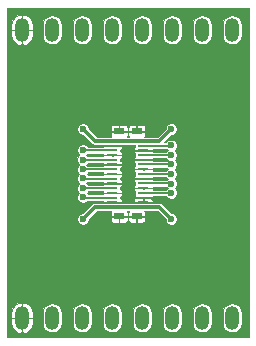
<source format=gbr>
G04 #@! TF.FileFunction,Copper,L2,Bot,Signal*
%FSLAX46Y46*%
G04 Gerber Fmt 4.6, Leading zero omitted, Abs format (unit mm)*
G04 Created by KiCad (PCBNEW 4.0.4+dfsg1-stable) date Thu Sep  7 20:31:08 2017*
%MOMM*%
%LPD*%
G01*
G04 APERTURE LIST*
%ADD10C,0.100000*%
%ADD11R,0.950000X0.220000*%
%ADD12R,0.850000X0.500000*%
%ADD13O,1.200000X2.000000*%
%ADD14C,0.600000*%
%ADD15C,0.300000*%
%ADD16C,0.150000*%
G04 APERTURE END LIST*
D10*
D11*
X137204000Y-137927000D03*
X137204000Y-137527000D03*
X137204000Y-137127000D03*
X137204000Y-136727000D03*
X137204000Y-136327000D03*
X137204000Y-135927000D03*
X137204000Y-135527000D03*
X137204000Y-132327000D03*
X137204000Y-132727000D03*
X137204000Y-133127000D03*
X137204000Y-133527000D03*
X137204000Y-133927000D03*
X137204000Y-134327000D03*
X137204000Y-134727000D03*
X137204000Y-135127000D03*
X134574000Y-135127000D03*
X134574000Y-134727000D03*
X134574000Y-134327000D03*
X134574000Y-133927000D03*
X134574000Y-133527000D03*
X134574000Y-133127000D03*
X134574000Y-132727000D03*
X134574000Y-132327000D03*
X134574000Y-135527000D03*
X134574000Y-135927000D03*
X134574000Y-136327000D03*
X134574000Y-136727000D03*
X134574000Y-137127000D03*
X134574000Y-137527000D03*
X134574000Y-137927000D03*
D12*
X135149000Y-138727000D03*
X136629000Y-138727000D03*
X136629000Y-131527000D03*
X135149000Y-131527000D03*
D13*
X126936500Y-122936000D03*
X129476500Y-122936000D03*
X132016500Y-122936000D03*
X134556500Y-122936000D03*
X137096500Y-122936000D03*
X139636500Y-122936000D03*
X142176500Y-122936000D03*
X144716500Y-122936000D03*
X126936500Y-147320000D03*
X129476500Y-147320000D03*
X132016500Y-147320000D03*
X134556500Y-147320000D03*
X137096500Y-147320000D03*
X139636500Y-147320000D03*
X142176500Y-147320000D03*
X144716500Y-147320000D03*
D14*
X132080000Y-138938000D03*
X139573000Y-138938000D03*
X130619500Y-132969000D03*
X130111500Y-130873500D03*
X140716000Y-132588000D03*
X141478000Y-137668000D03*
X141859000Y-128524000D03*
X138493500Y-127381000D03*
X130429000Y-127381000D03*
X132905500Y-127825500D03*
X135763000Y-128587500D03*
X126111000Y-137795000D03*
X129032000Y-141033500D03*
X130238500Y-138239500D03*
X130873500Y-140398500D03*
X132842000Y-142621000D03*
X135953500Y-141732000D03*
X135890000Y-135128000D03*
X138176000Y-143256000D03*
X141351000Y-142303500D03*
X143891000Y-138938000D03*
X143954500Y-134937500D03*
X139573000Y-136715500D03*
X139573000Y-135953500D03*
X132080000Y-131318000D03*
X139573000Y-131318000D03*
X139573000Y-132715000D03*
X139573000Y-133540500D03*
X139573000Y-134302500D03*
X139573000Y-135128000D03*
X132080000Y-134747000D03*
X132080000Y-133921500D03*
X132080000Y-133096000D03*
X132080000Y-135509000D03*
X132080000Y-136334500D03*
X132080000Y-137096500D03*
D15*
X134574000Y-137927000D02*
X137204000Y-137927000D01*
X132080000Y-138938000D02*
X133091000Y-137927000D01*
X133091000Y-137927000D02*
X134574000Y-137927000D01*
X139573000Y-138938000D02*
X138562000Y-137927000D01*
X138562000Y-137927000D02*
X137204000Y-137927000D01*
D16*
X130111500Y-130873500D02*
X130619500Y-131381500D01*
X130619500Y-131381500D02*
X130619500Y-132969000D01*
X130429000Y-127381000D02*
X130429000Y-130556000D01*
X130429000Y-130556000D02*
X130111500Y-130873500D01*
X143954500Y-134937500D02*
X143065500Y-134937500D01*
X143065500Y-134937500D02*
X140716000Y-132588000D01*
X141351000Y-142303500D02*
X141351000Y-137795000D01*
X141351000Y-137795000D02*
X141478000Y-137668000D01*
X138493500Y-127381000D02*
X140716000Y-127381000D01*
X140716000Y-127381000D02*
X141859000Y-128524000D01*
X135763000Y-128587500D02*
X137287000Y-128587500D01*
X137287000Y-128587500D02*
X138493500Y-127381000D01*
X132905500Y-127825500D02*
X130873500Y-127825500D01*
X130873500Y-127825500D02*
X130429000Y-127381000D01*
X135763000Y-128587500D02*
X133667500Y-128587500D01*
X133667500Y-128587500D02*
X132905500Y-127825500D01*
X136629000Y-129390000D02*
X135826500Y-128587500D01*
X135826500Y-128587500D02*
X135763000Y-128587500D01*
X136629000Y-131527000D02*
X136629000Y-129390000D01*
X129032000Y-141033500D02*
X126111000Y-138112500D01*
X126111000Y-138112500D02*
X126111000Y-137795000D01*
X130238500Y-138239500D02*
X129032000Y-139446000D01*
X129032000Y-139446000D02*
X129032000Y-141033500D01*
X130873500Y-140398500D02*
X130873500Y-138874500D01*
X130873500Y-138874500D02*
X130238500Y-138239500D01*
X132842000Y-142621000D02*
X130873500Y-140652500D01*
X130873500Y-140652500D02*
X130873500Y-140398500D01*
X135953500Y-141732000D02*
X133731000Y-141732000D01*
X133731000Y-141732000D02*
X132842000Y-142621000D01*
X136652000Y-141033500D02*
X135953500Y-141732000D01*
X136652000Y-139150000D02*
X136652000Y-141033500D01*
X136629000Y-138727000D02*
X136629000Y-139127000D01*
X136629000Y-139127000D02*
X136652000Y-139150000D01*
X135953500Y-136969500D02*
X135953500Y-135191500D01*
X135953500Y-135191500D02*
X135890000Y-135128000D01*
X136080500Y-137096500D02*
X135953500Y-136969500D01*
X136548500Y-137096500D02*
X136080500Y-137096500D01*
X137204000Y-137127000D02*
X136579000Y-137127000D01*
X136579000Y-137127000D02*
X136548500Y-137096500D01*
X141351000Y-142303500D02*
X139128500Y-142303500D01*
X139128500Y-142303500D02*
X138176000Y-143256000D01*
X143891000Y-138938000D02*
X143891000Y-139763500D01*
X143891000Y-139763500D02*
X141351000Y-142303500D01*
X143954500Y-134937500D02*
X143954500Y-138874500D01*
X143954500Y-138874500D02*
X143891000Y-138938000D01*
X141414500Y-137477500D02*
X143954500Y-134937500D01*
X138179500Y-137477500D02*
X141414500Y-137477500D01*
X137204000Y-137127000D02*
X137829000Y-137127000D01*
X137829000Y-137127000D02*
X138179500Y-137477500D01*
X139573000Y-136715500D02*
X139561500Y-136727000D01*
X139561500Y-136727000D02*
X137204000Y-136727000D01*
X137204000Y-135927000D02*
X139546500Y-135927000D01*
X139546500Y-135927000D02*
X139573000Y-135953500D01*
D15*
X134574000Y-132327000D02*
X137204000Y-132327000D01*
X133089000Y-132327000D02*
X134574000Y-132327000D01*
X132080000Y-131318000D02*
X133089000Y-132327000D01*
X137204000Y-132327000D02*
X138564000Y-132327000D01*
X138564000Y-132327000D02*
X139573000Y-131318000D01*
D16*
X139573000Y-132715000D02*
X139561000Y-132727000D01*
X139561000Y-132727000D02*
X137204000Y-132727000D01*
X137204000Y-133527000D02*
X139559500Y-133527000D01*
X139559500Y-133527000D02*
X139573000Y-133540500D01*
X139573000Y-134302500D02*
X139548500Y-134327000D01*
X139548500Y-134327000D02*
X137204000Y-134327000D01*
X137204000Y-135127000D02*
X139572000Y-135127000D01*
X139572000Y-135127000D02*
X139573000Y-135128000D01*
X132080000Y-134747000D02*
X132100000Y-134727000D01*
X132100000Y-134727000D02*
X134574000Y-134727000D01*
X134574000Y-133927000D02*
X132085500Y-133927000D01*
X132085500Y-133927000D02*
X132080000Y-133921500D01*
X132080000Y-133096000D02*
X132111000Y-133127000D01*
X132111000Y-133127000D02*
X134574000Y-133127000D01*
X134574000Y-135527000D02*
X132098000Y-135527000D01*
X132098000Y-135527000D02*
X132080000Y-135509000D01*
X132080000Y-136334500D02*
X132087500Y-136327000D01*
X132087500Y-136327000D02*
X134574000Y-136327000D01*
X134574000Y-137127000D02*
X132110500Y-137127000D01*
X132110500Y-137127000D02*
X132080000Y-137096500D01*
D10*
G36*
X146153500Y-148947500D02*
X125626500Y-148947500D01*
X125626500Y-147345000D01*
X126032500Y-147345000D01*
X126032500Y-147745000D01*
X126110880Y-148089043D01*
X126314953Y-148376902D01*
X126613651Y-148564754D01*
X126770445Y-148608618D01*
X126911500Y-148547622D01*
X126911500Y-147345000D01*
X126961500Y-147345000D01*
X126961500Y-148547622D01*
X127102555Y-148608618D01*
X127259349Y-148564754D01*
X127558047Y-148376902D01*
X127762120Y-148089043D01*
X127840500Y-147745000D01*
X127840500Y-147345000D01*
X126961500Y-147345000D01*
X126911500Y-147345000D01*
X126032500Y-147345000D01*
X125626500Y-147345000D01*
X125626500Y-146895000D01*
X126032500Y-146895000D01*
X126032500Y-147295000D01*
X126911500Y-147295000D01*
X126911500Y-146092378D01*
X126961500Y-146092378D01*
X126961500Y-147295000D01*
X127840500Y-147295000D01*
X127840500Y-146896491D01*
X128676500Y-146896491D01*
X128676500Y-147743509D01*
X128737396Y-148049656D01*
X128910815Y-148309194D01*
X129170353Y-148482613D01*
X129476500Y-148543509D01*
X129782647Y-148482613D01*
X130042185Y-148309194D01*
X130215604Y-148049656D01*
X130276500Y-147743509D01*
X130276500Y-146896491D01*
X131216500Y-146896491D01*
X131216500Y-147743509D01*
X131277396Y-148049656D01*
X131450815Y-148309194D01*
X131710353Y-148482613D01*
X132016500Y-148543509D01*
X132322647Y-148482613D01*
X132582185Y-148309194D01*
X132755604Y-148049656D01*
X132816500Y-147743509D01*
X132816500Y-146896491D01*
X133756500Y-146896491D01*
X133756500Y-147743509D01*
X133817396Y-148049656D01*
X133990815Y-148309194D01*
X134250353Y-148482613D01*
X134556500Y-148543509D01*
X134862647Y-148482613D01*
X135122185Y-148309194D01*
X135295604Y-148049656D01*
X135356500Y-147743509D01*
X135356500Y-146896491D01*
X136296500Y-146896491D01*
X136296500Y-147743509D01*
X136357396Y-148049656D01*
X136530815Y-148309194D01*
X136790353Y-148482613D01*
X137096500Y-148543509D01*
X137402647Y-148482613D01*
X137662185Y-148309194D01*
X137835604Y-148049656D01*
X137896500Y-147743509D01*
X137896500Y-146896491D01*
X138836500Y-146896491D01*
X138836500Y-147743509D01*
X138897396Y-148049656D01*
X139070815Y-148309194D01*
X139330353Y-148482613D01*
X139636500Y-148543509D01*
X139942647Y-148482613D01*
X140202185Y-148309194D01*
X140375604Y-148049656D01*
X140436500Y-147743509D01*
X140436500Y-146896491D01*
X141376500Y-146896491D01*
X141376500Y-147743509D01*
X141437396Y-148049656D01*
X141610815Y-148309194D01*
X141870353Y-148482613D01*
X142176500Y-148543509D01*
X142482647Y-148482613D01*
X142742185Y-148309194D01*
X142915604Y-148049656D01*
X142976500Y-147743509D01*
X142976500Y-146896491D01*
X143916500Y-146896491D01*
X143916500Y-147743509D01*
X143977396Y-148049656D01*
X144150815Y-148309194D01*
X144410353Y-148482613D01*
X144716500Y-148543509D01*
X145022647Y-148482613D01*
X145282185Y-148309194D01*
X145455604Y-148049656D01*
X145516500Y-147743509D01*
X145516500Y-146896491D01*
X145455604Y-146590344D01*
X145282185Y-146330806D01*
X145022647Y-146157387D01*
X144716500Y-146096491D01*
X144410353Y-146157387D01*
X144150815Y-146330806D01*
X143977396Y-146590344D01*
X143916500Y-146896491D01*
X142976500Y-146896491D01*
X142915604Y-146590344D01*
X142742185Y-146330806D01*
X142482647Y-146157387D01*
X142176500Y-146096491D01*
X141870353Y-146157387D01*
X141610815Y-146330806D01*
X141437396Y-146590344D01*
X141376500Y-146896491D01*
X140436500Y-146896491D01*
X140375604Y-146590344D01*
X140202185Y-146330806D01*
X139942647Y-146157387D01*
X139636500Y-146096491D01*
X139330353Y-146157387D01*
X139070815Y-146330806D01*
X138897396Y-146590344D01*
X138836500Y-146896491D01*
X137896500Y-146896491D01*
X137835604Y-146590344D01*
X137662185Y-146330806D01*
X137402647Y-146157387D01*
X137096500Y-146096491D01*
X136790353Y-146157387D01*
X136530815Y-146330806D01*
X136357396Y-146590344D01*
X136296500Y-146896491D01*
X135356500Y-146896491D01*
X135295604Y-146590344D01*
X135122185Y-146330806D01*
X134862647Y-146157387D01*
X134556500Y-146096491D01*
X134250353Y-146157387D01*
X133990815Y-146330806D01*
X133817396Y-146590344D01*
X133756500Y-146896491D01*
X132816500Y-146896491D01*
X132755604Y-146590344D01*
X132582185Y-146330806D01*
X132322647Y-146157387D01*
X132016500Y-146096491D01*
X131710353Y-146157387D01*
X131450815Y-146330806D01*
X131277396Y-146590344D01*
X131216500Y-146896491D01*
X130276500Y-146896491D01*
X130215604Y-146590344D01*
X130042185Y-146330806D01*
X129782647Y-146157387D01*
X129476500Y-146096491D01*
X129170353Y-146157387D01*
X128910815Y-146330806D01*
X128737396Y-146590344D01*
X128676500Y-146896491D01*
X127840500Y-146896491D01*
X127840500Y-146895000D01*
X127762120Y-146550957D01*
X127558047Y-146263098D01*
X127259349Y-146075246D01*
X127102555Y-146031382D01*
X126961500Y-146092378D01*
X126911500Y-146092378D01*
X126770445Y-146031382D01*
X126613651Y-146075246D01*
X126314953Y-146263098D01*
X126110880Y-146550957D01*
X126032500Y-146895000D01*
X125626500Y-146895000D01*
X125626500Y-139037020D01*
X131579913Y-139037020D01*
X131655873Y-139220857D01*
X131796403Y-139361633D01*
X131980107Y-139437913D01*
X132179020Y-139438087D01*
X132362857Y-139362127D01*
X132503633Y-139221597D01*
X132579913Y-139037893D01*
X132580005Y-138932969D01*
X132684974Y-138828000D01*
X134420000Y-138828000D01*
X134420000Y-139037469D01*
X134466281Y-139149202D01*
X134551798Y-139234719D01*
X134663530Y-139281000D01*
X135048000Y-139281000D01*
X135124000Y-139205000D01*
X135124000Y-138752000D01*
X135174000Y-138752000D01*
X135174000Y-139205000D01*
X135250000Y-139281000D01*
X135634470Y-139281000D01*
X135746202Y-139234719D01*
X135831719Y-139149202D01*
X135878000Y-139037469D01*
X135878000Y-138828000D01*
X135900000Y-138828000D01*
X135900000Y-139037469D01*
X135946281Y-139149202D01*
X136031798Y-139234719D01*
X136143530Y-139281000D01*
X136528000Y-139281000D01*
X136604000Y-139205000D01*
X136604000Y-138752000D01*
X136654000Y-138752000D01*
X136654000Y-139205000D01*
X136730000Y-139281000D01*
X137114470Y-139281000D01*
X137226202Y-139234719D01*
X137311719Y-139149202D01*
X137358000Y-139037469D01*
X137358000Y-138828000D01*
X137282000Y-138752000D01*
X136654000Y-138752000D01*
X136604000Y-138752000D01*
X135976000Y-138752000D01*
X135900000Y-138828000D01*
X135878000Y-138828000D01*
X135802000Y-138752000D01*
X135174000Y-138752000D01*
X135124000Y-138752000D01*
X134496000Y-138752000D01*
X134420000Y-138828000D01*
X132684974Y-138828000D01*
X133235974Y-138277000D01*
X134494079Y-138277000D01*
X134466281Y-138304798D01*
X134420000Y-138416531D01*
X134420000Y-138626000D01*
X134496000Y-138702000D01*
X135124000Y-138702000D01*
X135124000Y-138682000D01*
X135174000Y-138682000D01*
X135174000Y-138702000D01*
X135802000Y-138702000D01*
X135878000Y-138626000D01*
X135878000Y-138416531D01*
X135831719Y-138304798D01*
X135803921Y-138277000D01*
X135974079Y-138277000D01*
X135946281Y-138304798D01*
X135900000Y-138416531D01*
X135900000Y-138626000D01*
X135976000Y-138702000D01*
X136604000Y-138702000D01*
X136604000Y-138682000D01*
X136654000Y-138682000D01*
X136654000Y-138702000D01*
X137282000Y-138702000D01*
X137358000Y-138626000D01*
X137358000Y-138416531D01*
X137311719Y-138304798D01*
X137283921Y-138277000D01*
X138417026Y-138277000D01*
X139073004Y-138932978D01*
X139072913Y-139037020D01*
X139148873Y-139220857D01*
X139289403Y-139361633D01*
X139473107Y-139437913D01*
X139672020Y-139438087D01*
X139855857Y-139362127D01*
X139996633Y-139221597D01*
X140072913Y-139037893D01*
X140073087Y-138838980D01*
X139997127Y-138655143D01*
X139856597Y-138514367D01*
X139672893Y-138438087D01*
X139567969Y-138437995D01*
X138809487Y-137679513D01*
X138695939Y-137603642D01*
X138562000Y-137577000D01*
X137932000Y-137577000D01*
X137907000Y-137552000D01*
X137229000Y-137552000D01*
X137229000Y-137572000D01*
X137179000Y-137572000D01*
X137179000Y-137552000D01*
X136501000Y-137552000D01*
X136476000Y-137577000D01*
X135302000Y-137577000D01*
X135277000Y-137552000D01*
X134599000Y-137552000D01*
X134599000Y-137572000D01*
X134549000Y-137572000D01*
X134549000Y-137552000D01*
X133871000Y-137552000D01*
X133846000Y-137577000D01*
X133091000Y-137577000D01*
X132957061Y-137603642D01*
X132843513Y-137679513D01*
X132085022Y-138438004D01*
X131980980Y-138437913D01*
X131797143Y-138513873D01*
X131656367Y-138654403D01*
X131580087Y-138838107D01*
X131579913Y-139037020D01*
X125626500Y-139037020D01*
X125626500Y-133195020D01*
X131579913Y-133195020D01*
X131655873Y-133378857D01*
X131785642Y-133508854D01*
X131656367Y-133637903D01*
X131580087Y-133821607D01*
X131579913Y-134020520D01*
X131655873Y-134204357D01*
X131785642Y-134334354D01*
X131656367Y-134463403D01*
X131580087Y-134647107D01*
X131579913Y-134846020D01*
X131655873Y-135029857D01*
X131753892Y-135128048D01*
X131656367Y-135225403D01*
X131580087Y-135409107D01*
X131579913Y-135608020D01*
X131655873Y-135791857D01*
X131785642Y-135921854D01*
X131656367Y-136050903D01*
X131580087Y-136234607D01*
X131579913Y-136433520D01*
X131655873Y-136617357D01*
X131753892Y-136715548D01*
X131656367Y-136812903D01*
X131580087Y-136996607D01*
X131579913Y-137195520D01*
X131655873Y-137379357D01*
X131796403Y-137520133D01*
X131980107Y-137596413D01*
X132179020Y-137596587D01*
X132362857Y-137520627D01*
X132481692Y-137402000D01*
X133795000Y-137402000D01*
X133795000Y-137426000D01*
X133871000Y-137502000D01*
X134549000Y-137502000D01*
X134549000Y-137482000D01*
X134599000Y-137482000D01*
X134599000Y-137502000D01*
X135277000Y-137502000D01*
X135353000Y-137426000D01*
X135353000Y-137356531D01*
X135306719Y-137244798D01*
X135289921Y-137228000D01*
X136425000Y-137228000D01*
X136425000Y-137297469D01*
X136437232Y-137327000D01*
X136425000Y-137356531D01*
X136425000Y-137426000D01*
X136501000Y-137502000D01*
X136574376Y-137502000D01*
X136668530Y-137541000D01*
X137103000Y-137541000D01*
X137142000Y-137502000D01*
X137179000Y-137502000D01*
X137179000Y-137152000D01*
X137229000Y-137152000D01*
X137229000Y-137502000D01*
X137266000Y-137502000D01*
X137305000Y-137541000D01*
X137739470Y-137541000D01*
X137833624Y-137502000D01*
X137907000Y-137502000D01*
X137983000Y-137426000D01*
X137983000Y-137356531D01*
X137970768Y-137327000D01*
X137983000Y-137297469D01*
X137983000Y-137228000D01*
X137907000Y-137152000D01*
X137833624Y-137152000D01*
X137739470Y-137113000D01*
X137305000Y-137113000D01*
X137266000Y-137152000D01*
X137229000Y-137152000D01*
X137179000Y-137152000D01*
X137142000Y-137152000D01*
X137103000Y-137113000D01*
X136668530Y-137113000D01*
X136574376Y-137152000D01*
X136501000Y-137152000D01*
X136425000Y-137228000D01*
X135289921Y-137228000D01*
X135252918Y-137190997D01*
X135252918Y-137063003D01*
X135306719Y-137009202D01*
X135353000Y-136897469D01*
X135353000Y-136828000D01*
X135277000Y-136752000D01*
X134599000Y-136752000D01*
X134599000Y-136772000D01*
X134549000Y-136772000D01*
X134549000Y-136752000D01*
X133871000Y-136752000D01*
X133795000Y-136828000D01*
X133795000Y-136852000D01*
X132519976Y-136852000D01*
X132504127Y-136813643D01*
X132406108Y-136715452D01*
X132503633Y-136618097D01*
X132510317Y-136602000D01*
X133795000Y-136602000D01*
X133795000Y-136626000D01*
X133871000Y-136702000D01*
X134549000Y-136702000D01*
X134549000Y-136682000D01*
X134599000Y-136682000D01*
X134599000Y-136702000D01*
X135277000Y-136702000D01*
X135353000Y-136626000D01*
X135353000Y-136556531D01*
X135306719Y-136444798D01*
X135252918Y-136390997D01*
X135252918Y-136263003D01*
X135306719Y-136209202D01*
X135353000Y-136097469D01*
X135353000Y-136028000D01*
X135277000Y-135952000D01*
X134599000Y-135952000D01*
X134599000Y-135972000D01*
X134549000Y-135972000D01*
X134549000Y-135952000D01*
X133871000Y-135952000D01*
X133795000Y-136028000D01*
X133795000Y-136052000D01*
X132504275Y-136052000D01*
X132504127Y-136051643D01*
X132374358Y-135921646D01*
X132494214Y-135802000D01*
X133795000Y-135802000D01*
X133795000Y-135826000D01*
X133871000Y-135902000D01*
X134549000Y-135902000D01*
X134549000Y-135882000D01*
X134599000Y-135882000D01*
X134599000Y-135902000D01*
X135277000Y-135902000D01*
X135353000Y-135826000D01*
X135353000Y-135756531D01*
X135306719Y-135644798D01*
X135252918Y-135590997D01*
X135252918Y-135463003D01*
X135306719Y-135409202D01*
X135353000Y-135297469D01*
X135353000Y-135228000D01*
X135277000Y-135152000D01*
X134599000Y-135152000D01*
X134599000Y-135172000D01*
X134549000Y-135172000D01*
X134549000Y-135152000D01*
X133871000Y-135152000D01*
X133795000Y-135228000D01*
X133795000Y-135252000D01*
X132514811Y-135252000D01*
X132504127Y-135226143D01*
X132406108Y-135127952D01*
X132503633Y-135030597D01*
X132515507Y-135002000D01*
X133795000Y-135002000D01*
X133795000Y-135026000D01*
X133871000Y-135102000D01*
X134549000Y-135102000D01*
X134549000Y-135082000D01*
X134599000Y-135082000D01*
X134599000Y-135102000D01*
X135277000Y-135102000D01*
X135353000Y-135026000D01*
X135353000Y-134956531D01*
X135306719Y-134844798D01*
X135252918Y-134790997D01*
X135252918Y-134663003D01*
X135306719Y-134609202D01*
X135353000Y-134497469D01*
X135353000Y-134428000D01*
X135277000Y-134352000D01*
X134599000Y-134352000D01*
X134599000Y-134372000D01*
X134549000Y-134372000D01*
X134549000Y-134352000D01*
X133871000Y-134352000D01*
X133795000Y-134428000D01*
X133795000Y-134452000D01*
X132492005Y-134452000D01*
X132374358Y-134334146D01*
X132503633Y-134205097D01*
X132504919Y-134202000D01*
X133795000Y-134202000D01*
X133795000Y-134226000D01*
X133871000Y-134302000D01*
X134549000Y-134302000D01*
X134549000Y-134282000D01*
X134599000Y-134282000D01*
X134599000Y-134302000D01*
X135277000Y-134302000D01*
X135353000Y-134226000D01*
X135353000Y-134156531D01*
X135306719Y-134044798D01*
X135252918Y-133990997D01*
X135252918Y-133863003D01*
X135306719Y-133809202D01*
X135353000Y-133697469D01*
X135353000Y-133628000D01*
X135277000Y-133552000D01*
X134599000Y-133552000D01*
X134599000Y-133572000D01*
X134549000Y-133572000D01*
X134549000Y-133552000D01*
X133871000Y-133552000D01*
X133795000Y-133628000D01*
X133795000Y-133652000D01*
X132509646Y-133652000D01*
X132504127Y-133638643D01*
X132374358Y-133508646D01*
X132481191Y-133402000D01*
X133795000Y-133402000D01*
X133795000Y-133426000D01*
X133871000Y-133502000D01*
X134549000Y-133502000D01*
X134549000Y-133482000D01*
X134599000Y-133482000D01*
X134599000Y-133502000D01*
X135277000Y-133502000D01*
X135353000Y-133426000D01*
X135353000Y-133356531D01*
X135306719Y-133244798D01*
X135252918Y-133190997D01*
X135252918Y-133063003D01*
X135306719Y-133009202D01*
X135353000Y-132897469D01*
X135353000Y-132828000D01*
X135277000Y-132752000D01*
X134599000Y-132752000D01*
X134599000Y-132772000D01*
X134549000Y-132772000D01*
X134549000Y-132752000D01*
X133871000Y-132752000D01*
X133795000Y-132828000D01*
X133795000Y-132852000D01*
X132520182Y-132852000D01*
X132504127Y-132813143D01*
X132363597Y-132672367D01*
X132179893Y-132596087D01*
X131980980Y-132595913D01*
X131797143Y-132671873D01*
X131656367Y-132812403D01*
X131580087Y-132996107D01*
X131579913Y-133195020D01*
X125626500Y-133195020D01*
X125626500Y-131417020D01*
X131579913Y-131417020D01*
X131655873Y-131600857D01*
X131796403Y-131741633D01*
X131980107Y-131817913D01*
X132085031Y-131818005D01*
X132841512Y-132574487D01*
X132912264Y-132621762D01*
X132955061Y-132650358D01*
X133089000Y-132677000D01*
X133846000Y-132677000D01*
X133871000Y-132702000D01*
X134549000Y-132702000D01*
X134549000Y-132682000D01*
X134599000Y-132682000D01*
X134599000Y-132702000D01*
X135277000Y-132702000D01*
X135302000Y-132677000D01*
X136525082Y-132677000D01*
X136525082Y-132790997D01*
X136471281Y-132844798D01*
X136425000Y-132956531D01*
X136425000Y-133026000D01*
X136501000Y-133102000D01*
X137179000Y-133102000D01*
X137179000Y-133082000D01*
X137229000Y-133082000D01*
X137229000Y-133102000D01*
X137907000Y-133102000D01*
X137983000Y-133026000D01*
X137983000Y-133002000D01*
X139153009Y-133002000D01*
X139278642Y-133127854D01*
X139154279Y-133252000D01*
X137983000Y-133252000D01*
X137983000Y-133228000D01*
X137907000Y-133152000D01*
X137229000Y-133152000D01*
X137229000Y-133172000D01*
X137179000Y-133172000D01*
X137179000Y-133152000D01*
X136501000Y-133152000D01*
X136425000Y-133228000D01*
X136425000Y-133297469D01*
X136471281Y-133409202D01*
X136525082Y-133463003D01*
X136525082Y-133590997D01*
X136471281Y-133644798D01*
X136425000Y-133756531D01*
X136425000Y-133826000D01*
X136501000Y-133902000D01*
X137179000Y-133902000D01*
X137179000Y-133882000D01*
X137229000Y-133882000D01*
X137229000Y-133902000D01*
X137907000Y-133902000D01*
X137983000Y-133826000D01*
X137983000Y-133802000D01*
X139140048Y-133802000D01*
X139148873Y-133823357D01*
X139246892Y-133921548D01*
X139149367Y-134018903D01*
X139135624Y-134052000D01*
X137983000Y-134052000D01*
X137983000Y-134028000D01*
X137907000Y-133952000D01*
X137229000Y-133952000D01*
X137229000Y-133972000D01*
X137179000Y-133972000D01*
X137179000Y-133952000D01*
X136501000Y-133952000D01*
X136425000Y-134028000D01*
X136425000Y-134097469D01*
X136471281Y-134209202D01*
X136525082Y-134263003D01*
X136525082Y-134390997D01*
X136471281Y-134444798D01*
X136425000Y-134556531D01*
X136425000Y-134626000D01*
X136501000Y-134702000D01*
X137179000Y-134702000D01*
X137179000Y-134682000D01*
X137229000Y-134682000D01*
X137229000Y-134702000D01*
X137907000Y-134702000D01*
X137983000Y-134626000D01*
X137983000Y-134602000D01*
X139165487Y-134602000D01*
X139278642Y-134715354D01*
X139149367Y-134844403D01*
X139146212Y-134852000D01*
X137983000Y-134852000D01*
X137983000Y-134828000D01*
X137907000Y-134752000D01*
X137229000Y-134752000D01*
X137229000Y-134772000D01*
X137179000Y-134772000D01*
X137179000Y-134752000D01*
X136501000Y-134752000D01*
X136425000Y-134828000D01*
X136425000Y-134897469D01*
X136471281Y-135009202D01*
X136525082Y-135063003D01*
X136525082Y-135190997D01*
X136471281Y-135244798D01*
X136425000Y-135356531D01*
X136425000Y-135426000D01*
X136501000Y-135502000D01*
X137179000Y-135502000D01*
X137179000Y-135482000D01*
X137229000Y-135482000D01*
X137229000Y-135502000D01*
X137907000Y-135502000D01*
X137983000Y-135426000D01*
X137983000Y-135402000D01*
X139145213Y-135402000D01*
X139148873Y-135410857D01*
X139278642Y-135540854D01*
X139167301Y-135652000D01*
X137983000Y-135652000D01*
X137983000Y-135628000D01*
X137907000Y-135552000D01*
X137229000Y-135552000D01*
X137229000Y-135572000D01*
X137179000Y-135572000D01*
X137179000Y-135552000D01*
X136501000Y-135552000D01*
X136425000Y-135628000D01*
X136425000Y-135697469D01*
X136471281Y-135809202D01*
X136525082Y-135863003D01*
X136525082Y-135990997D01*
X136471281Y-136044798D01*
X136425000Y-136156531D01*
X136425000Y-136226000D01*
X136501000Y-136302000D01*
X137179000Y-136302000D01*
X137179000Y-136282000D01*
X137229000Y-136282000D01*
X137229000Y-136302000D01*
X137907000Y-136302000D01*
X137983000Y-136226000D01*
X137983000Y-136202000D01*
X139134677Y-136202000D01*
X139148873Y-136236357D01*
X139246892Y-136334548D01*
X139149367Y-136431903D01*
X139141022Y-136452000D01*
X137983000Y-136452000D01*
X137983000Y-136428000D01*
X137907000Y-136352000D01*
X137229000Y-136352000D01*
X137229000Y-136372000D01*
X137179000Y-136372000D01*
X137179000Y-136352000D01*
X136501000Y-136352000D01*
X136425000Y-136428000D01*
X136425000Y-136497469D01*
X136471281Y-136609202D01*
X136525082Y-136663003D01*
X136525082Y-136790997D01*
X136471281Y-136844798D01*
X136425000Y-136956531D01*
X136425000Y-137026000D01*
X136501000Y-137102000D01*
X137179000Y-137102000D01*
X137179000Y-137082000D01*
X137229000Y-137082000D01*
X137229000Y-137102000D01*
X137907000Y-137102000D01*
X137983000Y-137026000D01*
X137983000Y-137002000D01*
X139152510Y-137002000D01*
X139289403Y-137139133D01*
X139473107Y-137215413D01*
X139672020Y-137215587D01*
X139855857Y-137139627D01*
X139996633Y-136999097D01*
X140072913Y-136815393D01*
X140073087Y-136616480D01*
X139997127Y-136432643D01*
X139899108Y-136334452D01*
X139996633Y-136237097D01*
X140072913Y-136053393D01*
X140073087Y-135854480D01*
X139997127Y-135670643D01*
X139867358Y-135540646D01*
X139996633Y-135411597D01*
X140072913Y-135227893D01*
X140073087Y-135028980D01*
X139997127Y-134845143D01*
X139867358Y-134715146D01*
X139996633Y-134586097D01*
X140072913Y-134402393D01*
X140073087Y-134203480D01*
X139997127Y-134019643D01*
X139899108Y-133921452D01*
X139996633Y-133824097D01*
X140072913Y-133640393D01*
X140073087Y-133441480D01*
X139997127Y-133257643D01*
X139867358Y-133127646D01*
X139996633Y-132998597D01*
X140072913Y-132814893D01*
X140073087Y-132615980D01*
X139997127Y-132432143D01*
X139856597Y-132291367D01*
X139672893Y-132215087D01*
X139473980Y-132214913D01*
X139290143Y-132290873D01*
X139149367Y-132431403D01*
X139140814Y-132452000D01*
X138933974Y-132452000D01*
X139567979Y-131817996D01*
X139672020Y-131818087D01*
X139855857Y-131742127D01*
X139996633Y-131601597D01*
X140072913Y-131417893D01*
X140073087Y-131218980D01*
X139997127Y-131035143D01*
X139856597Y-130894367D01*
X139672893Y-130818087D01*
X139473980Y-130817913D01*
X139290143Y-130893873D01*
X139149367Y-131034403D01*
X139073087Y-131218107D01*
X139072995Y-131323030D01*
X138419026Y-131977000D01*
X137283921Y-131977000D01*
X137311719Y-131949202D01*
X137358000Y-131837469D01*
X137358000Y-131628000D01*
X137282000Y-131552000D01*
X136654000Y-131552000D01*
X136654000Y-131572000D01*
X136604000Y-131572000D01*
X136604000Y-131552000D01*
X135976000Y-131552000D01*
X135900000Y-131628000D01*
X135900000Y-131837469D01*
X135946281Y-131949202D01*
X135974079Y-131977000D01*
X135803921Y-131977000D01*
X135831719Y-131949202D01*
X135878000Y-131837469D01*
X135878000Y-131628000D01*
X135802000Y-131552000D01*
X135174000Y-131552000D01*
X135174000Y-131572000D01*
X135124000Y-131572000D01*
X135124000Y-131552000D01*
X134496000Y-131552000D01*
X134420000Y-131628000D01*
X134420000Y-131837469D01*
X134466281Y-131949202D01*
X134494079Y-131977000D01*
X133233975Y-131977000D01*
X132579996Y-131323022D01*
X132580087Y-131218980D01*
X132579076Y-131216531D01*
X134420000Y-131216531D01*
X134420000Y-131426000D01*
X134496000Y-131502000D01*
X135124000Y-131502000D01*
X135124000Y-131049000D01*
X135174000Y-131049000D01*
X135174000Y-131502000D01*
X135802000Y-131502000D01*
X135878000Y-131426000D01*
X135878000Y-131216531D01*
X135900000Y-131216531D01*
X135900000Y-131426000D01*
X135976000Y-131502000D01*
X136604000Y-131502000D01*
X136604000Y-131049000D01*
X136654000Y-131049000D01*
X136654000Y-131502000D01*
X137282000Y-131502000D01*
X137358000Y-131426000D01*
X137358000Y-131216531D01*
X137311719Y-131104798D01*
X137226202Y-131019281D01*
X137114470Y-130973000D01*
X136730000Y-130973000D01*
X136654000Y-131049000D01*
X136604000Y-131049000D01*
X136528000Y-130973000D01*
X136143530Y-130973000D01*
X136031798Y-131019281D01*
X135946281Y-131104798D01*
X135900000Y-131216531D01*
X135878000Y-131216531D01*
X135831719Y-131104798D01*
X135746202Y-131019281D01*
X135634470Y-130973000D01*
X135250000Y-130973000D01*
X135174000Y-131049000D01*
X135124000Y-131049000D01*
X135048000Y-130973000D01*
X134663530Y-130973000D01*
X134551798Y-131019281D01*
X134466281Y-131104798D01*
X134420000Y-131216531D01*
X132579076Y-131216531D01*
X132504127Y-131035143D01*
X132363597Y-130894367D01*
X132179893Y-130818087D01*
X131980980Y-130817913D01*
X131797143Y-130893873D01*
X131656367Y-131034403D01*
X131580087Y-131218107D01*
X131579913Y-131417020D01*
X125626500Y-131417020D01*
X125626500Y-122961000D01*
X126032500Y-122961000D01*
X126032500Y-123361000D01*
X126110880Y-123705043D01*
X126314953Y-123992902D01*
X126613651Y-124180754D01*
X126770445Y-124224618D01*
X126911500Y-124163622D01*
X126911500Y-122961000D01*
X126961500Y-122961000D01*
X126961500Y-124163622D01*
X127102555Y-124224618D01*
X127259349Y-124180754D01*
X127558047Y-123992902D01*
X127762120Y-123705043D01*
X127840500Y-123361000D01*
X127840500Y-122961000D01*
X126961500Y-122961000D01*
X126911500Y-122961000D01*
X126032500Y-122961000D01*
X125626500Y-122961000D01*
X125626500Y-122511000D01*
X126032500Y-122511000D01*
X126032500Y-122911000D01*
X126911500Y-122911000D01*
X126911500Y-121708378D01*
X126961500Y-121708378D01*
X126961500Y-122911000D01*
X127840500Y-122911000D01*
X127840500Y-122512491D01*
X128676500Y-122512491D01*
X128676500Y-123359509D01*
X128737396Y-123665656D01*
X128910815Y-123925194D01*
X129170353Y-124098613D01*
X129476500Y-124159509D01*
X129782647Y-124098613D01*
X130042185Y-123925194D01*
X130215604Y-123665656D01*
X130276500Y-123359509D01*
X130276500Y-122512491D01*
X131216500Y-122512491D01*
X131216500Y-123359509D01*
X131277396Y-123665656D01*
X131450815Y-123925194D01*
X131710353Y-124098613D01*
X132016500Y-124159509D01*
X132322647Y-124098613D01*
X132582185Y-123925194D01*
X132755604Y-123665656D01*
X132816500Y-123359509D01*
X132816500Y-122512491D01*
X133756500Y-122512491D01*
X133756500Y-123359509D01*
X133817396Y-123665656D01*
X133990815Y-123925194D01*
X134250353Y-124098613D01*
X134556500Y-124159509D01*
X134862647Y-124098613D01*
X135122185Y-123925194D01*
X135295604Y-123665656D01*
X135356500Y-123359509D01*
X135356500Y-122512491D01*
X136296500Y-122512491D01*
X136296500Y-123359509D01*
X136357396Y-123665656D01*
X136530815Y-123925194D01*
X136790353Y-124098613D01*
X137096500Y-124159509D01*
X137402647Y-124098613D01*
X137662185Y-123925194D01*
X137835604Y-123665656D01*
X137896500Y-123359509D01*
X137896500Y-122512491D01*
X138836500Y-122512491D01*
X138836500Y-123359509D01*
X138897396Y-123665656D01*
X139070815Y-123925194D01*
X139330353Y-124098613D01*
X139636500Y-124159509D01*
X139942647Y-124098613D01*
X140202185Y-123925194D01*
X140375604Y-123665656D01*
X140436500Y-123359509D01*
X140436500Y-122512491D01*
X141376500Y-122512491D01*
X141376500Y-123359509D01*
X141437396Y-123665656D01*
X141610815Y-123925194D01*
X141870353Y-124098613D01*
X142176500Y-124159509D01*
X142482647Y-124098613D01*
X142742185Y-123925194D01*
X142915604Y-123665656D01*
X142976500Y-123359509D01*
X142976500Y-122512491D01*
X143916500Y-122512491D01*
X143916500Y-123359509D01*
X143977396Y-123665656D01*
X144150815Y-123925194D01*
X144410353Y-124098613D01*
X144716500Y-124159509D01*
X145022647Y-124098613D01*
X145282185Y-123925194D01*
X145455604Y-123665656D01*
X145516500Y-123359509D01*
X145516500Y-122512491D01*
X145455604Y-122206344D01*
X145282185Y-121946806D01*
X145022647Y-121773387D01*
X144716500Y-121712491D01*
X144410353Y-121773387D01*
X144150815Y-121946806D01*
X143977396Y-122206344D01*
X143916500Y-122512491D01*
X142976500Y-122512491D01*
X142915604Y-122206344D01*
X142742185Y-121946806D01*
X142482647Y-121773387D01*
X142176500Y-121712491D01*
X141870353Y-121773387D01*
X141610815Y-121946806D01*
X141437396Y-122206344D01*
X141376500Y-122512491D01*
X140436500Y-122512491D01*
X140375604Y-122206344D01*
X140202185Y-121946806D01*
X139942647Y-121773387D01*
X139636500Y-121712491D01*
X139330353Y-121773387D01*
X139070815Y-121946806D01*
X138897396Y-122206344D01*
X138836500Y-122512491D01*
X137896500Y-122512491D01*
X137835604Y-122206344D01*
X137662185Y-121946806D01*
X137402647Y-121773387D01*
X137096500Y-121712491D01*
X136790353Y-121773387D01*
X136530815Y-121946806D01*
X136357396Y-122206344D01*
X136296500Y-122512491D01*
X135356500Y-122512491D01*
X135295604Y-122206344D01*
X135122185Y-121946806D01*
X134862647Y-121773387D01*
X134556500Y-121712491D01*
X134250353Y-121773387D01*
X133990815Y-121946806D01*
X133817396Y-122206344D01*
X133756500Y-122512491D01*
X132816500Y-122512491D01*
X132755604Y-122206344D01*
X132582185Y-121946806D01*
X132322647Y-121773387D01*
X132016500Y-121712491D01*
X131710353Y-121773387D01*
X131450815Y-121946806D01*
X131277396Y-122206344D01*
X131216500Y-122512491D01*
X130276500Y-122512491D01*
X130215604Y-122206344D01*
X130042185Y-121946806D01*
X129782647Y-121773387D01*
X129476500Y-121712491D01*
X129170353Y-121773387D01*
X128910815Y-121946806D01*
X128737396Y-122206344D01*
X128676500Y-122512491D01*
X127840500Y-122512491D01*
X127840500Y-122511000D01*
X127762120Y-122166957D01*
X127558047Y-121879098D01*
X127259349Y-121691246D01*
X127102555Y-121647382D01*
X126961500Y-121708378D01*
X126911500Y-121708378D01*
X126770445Y-121647382D01*
X126613651Y-121691246D01*
X126314953Y-121879098D01*
X126110880Y-122166957D01*
X126032500Y-122511000D01*
X125626500Y-122511000D01*
X125626500Y-121118000D01*
X146153500Y-121118000D01*
X146153500Y-148947500D01*
X146153500Y-148947500D01*
G37*
X146153500Y-148947500D02*
X125626500Y-148947500D01*
X125626500Y-147345000D01*
X126032500Y-147345000D01*
X126032500Y-147745000D01*
X126110880Y-148089043D01*
X126314953Y-148376902D01*
X126613651Y-148564754D01*
X126770445Y-148608618D01*
X126911500Y-148547622D01*
X126911500Y-147345000D01*
X126961500Y-147345000D01*
X126961500Y-148547622D01*
X127102555Y-148608618D01*
X127259349Y-148564754D01*
X127558047Y-148376902D01*
X127762120Y-148089043D01*
X127840500Y-147745000D01*
X127840500Y-147345000D01*
X126961500Y-147345000D01*
X126911500Y-147345000D01*
X126032500Y-147345000D01*
X125626500Y-147345000D01*
X125626500Y-146895000D01*
X126032500Y-146895000D01*
X126032500Y-147295000D01*
X126911500Y-147295000D01*
X126911500Y-146092378D01*
X126961500Y-146092378D01*
X126961500Y-147295000D01*
X127840500Y-147295000D01*
X127840500Y-146896491D01*
X128676500Y-146896491D01*
X128676500Y-147743509D01*
X128737396Y-148049656D01*
X128910815Y-148309194D01*
X129170353Y-148482613D01*
X129476500Y-148543509D01*
X129782647Y-148482613D01*
X130042185Y-148309194D01*
X130215604Y-148049656D01*
X130276500Y-147743509D01*
X130276500Y-146896491D01*
X131216500Y-146896491D01*
X131216500Y-147743509D01*
X131277396Y-148049656D01*
X131450815Y-148309194D01*
X131710353Y-148482613D01*
X132016500Y-148543509D01*
X132322647Y-148482613D01*
X132582185Y-148309194D01*
X132755604Y-148049656D01*
X132816500Y-147743509D01*
X132816500Y-146896491D01*
X133756500Y-146896491D01*
X133756500Y-147743509D01*
X133817396Y-148049656D01*
X133990815Y-148309194D01*
X134250353Y-148482613D01*
X134556500Y-148543509D01*
X134862647Y-148482613D01*
X135122185Y-148309194D01*
X135295604Y-148049656D01*
X135356500Y-147743509D01*
X135356500Y-146896491D01*
X136296500Y-146896491D01*
X136296500Y-147743509D01*
X136357396Y-148049656D01*
X136530815Y-148309194D01*
X136790353Y-148482613D01*
X137096500Y-148543509D01*
X137402647Y-148482613D01*
X137662185Y-148309194D01*
X137835604Y-148049656D01*
X137896500Y-147743509D01*
X137896500Y-146896491D01*
X138836500Y-146896491D01*
X138836500Y-147743509D01*
X138897396Y-148049656D01*
X139070815Y-148309194D01*
X139330353Y-148482613D01*
X139636500Y-148543509D01*
X139942647Y-148482613D01*
X140202185Y-148309194D01*
X140375604Y-148049656D01*
X140436500Y-147743509D01*
X140436500Y-146896491D01*
X141376500Y-146896491D01*
X141376500Y-147743509D01*
X141437396Y-148049656D01*
X141610815Y-148309194D01*
X141870353Y-148482613D01*
X142176500Y-148543509D01*
X142482647Y-148482613D01*
X142742185Y-148309194D01*
X142915604Y-148049656D01*
X142976500Y-147743509D01*
X142976500Y-146896491D01*
X143916500Y-146896491D01*
X143916500Y-147743509D01*
X143977396Y-148049656D01*
X144150815Y-148309194D01*
X144410353Y-148482613D01*
X144716500Y-148543509D01*
X145022647Y-148482613D01*
X145282185Y-148309194D01*
X145455604Y-148049656D01*
X145516500Y-147743509D01*
X145516500Y-146896491D01*
X145455604Y-146590344D01*
X145282185Y-146330806D01*
X145022647Y-146157387D01*
X144716500Y-146096491D01*
X144410353Y-146157387D01*
X144150815Y-146330806D01*
X143977396Y-146590344D01*
X143916500Y-146896491D01*
X142976500Y-146896491D01*
X142915604Y-146590344D01*
X142742185Y-146330806D01*
X142482647Y-146157387D01*
X142176500Y-146096491D01*
X141870353Y-146157387D01*
X141610815Y-146330806D01*
X141437396Y-146590344D01*
X141376500Y-146896491D01*
X140436500Y-146896491D01*
X140375604Y-146590344D01*
X140202185Y-146330806D01*
X139942647Y-146157387D01*
X139636500Y-146096491D01*
X139330353Y-146157387D01*
X139070815Y-146330806D01*
X138897396Y-146590344D01*
X138836500Y-146896491D01*
X137896500Y-146896491D01*
X137835604Y-146590344D01*
X137662185Y-146330806D01*
X137402647Y-146157387D01*
X137096500Y-146096491D01*
X136790353Y-146157387D01*
X136530815Y-146330806D01*
X136357396Y-146590344D01*
X136296500Y-146896491D01*
X135356500Y-146896491D01*
X135295604Y-146590344D01*
X135122185Y-146330806D01*
X134862647Y-146157387D01*
X134556500Y-146096491D01*
X134250353Y-146157387D01*
X133990815Y-146330806D01*
X133817396Y-146590344D01*
X133756500Y-146896491D01*
X132816500Y-146896491D01*
X132755604Y-146590344D01*
X132582185Y-146330806D01*
X132322647Y-146157387D01*
X132016500Y-146096491D01*
X131710353Y-146157387D01*
X131450815Y-146330806D01*
X131277396Y-146590344D01*
X131216500Y-146896491D01*
X130276500Y-146896491D01*
X130215604Y-146590344D01*
X130042185Y-146330806D01*
X129782647Y-146157387D01*
X129476500Y-146096491D01*
X129170353Y-146157387D01*
X128910815Y-146330806D01*
X128737396Y-146590344D01*
X128676500Y-146896491D01*
X127840500Y-146896491D01*
X127840500Y-146895000D01*
X127762120Y-146550957D01*
X127558047Y-146263098D01*
X127259349Y-146075246D01*
X127102555Y-146031382D01*
X126961500Y-146092378D01*
X126911500Y-146092378D01*
X126770445Y-146031382D01*
X126613651Y-146075246D01*
X126314953Y-146263098D01*
X126110880Y-146550957D01*
X126032500Y-146895000D01*
X125626500Y-146895000D01*
X125626500Y-139037020D01*
X131579913Y-139037020D01*
X131655873Y-139220857D01*
X131796403Y-139361633D01*
X131980107Y-139437913D01*
X132179020Y-139438087D01*
X132362857Y-139362127D01*
X132503633Y-139221597D01*
X132579913Y-139037893D01*
X132580005Y-138932969D01*
X132684974Y-138828000D01*
X134420000Y-138828000D01*
X134420000Y-139037469D01*
X134466281Y-139149202D01*
X134551798Y-139234719D01*
X134663530Y-139281000D01*
X135048000Y-139281000D01*
X135124000Y-139205000D01*
X135124000Y-138752000D01*
X135174000Y-138752000D01*
X135174000Y-139205000D01*
X135250000Y-139281000D01*
X135634470Y-139281000D01*
X135746202Y-139234719D01*
X135831719Y-139149202D01*
X135878000Y-139037469D01*
X135878000Y-138828000D01*
X135900000Y-138828000D01*
X135900000Y-139037469D01*
X135946281Y-139149202D01*
X136031798Y-139234719D01*
X136143530Y-139281000D01*
X136528000Y-139281000D01*
X136604000Y-139205000D01*
X136604000Y-138752000D01*
X136654000Y-138752000D01*
X136654000Y-139205000D01*
X136730000Y-139281000D01*
X137114470Y-139281000D01*
X137226202Y-139234719D01*
X137311719Y-139149202D01*
X137358000Y-139037469D01*
X137358000Y-138828000D01*
X137282000Y-138752000D01*
X136654000Y-138752000D01*
X136604000Y-138752000D01*
X135976000Y-138752000D01*
X135900000Y-138828000D01*
X135878000Y-138828000D01*
X135802000Y-138752000D01*
X135174000Y-138752000D01*
X135124000Y-138752000D01*
X134496000Y-138752000D01*
X134420000Y-138828000D01*
X132684974Y-138828000D01*
X133235974Y-138277000D01*
X134494079Y-138277000D01*
X134466281Y-138304798D01*
X134420000Y-138416531D01*
X134420000Y-138626000D01*
X134496000Y-138702000D01*
X135124000Y-138702000D01*
X135124000Y-138682000D01*
X135174000Y-138682000D01*
X135174000Y-138702000D01*
X135802000Y-138702000D01*
X135878000Y-138626000D01*
X135878000Y-138416531D01*
X135831719Y-138304798D01*
X135803921Y-138277000D01*
X135974079Y-138277000D01*
X135946281Y-138304798D01*
X135900000Y-138416531D01*
X135900000Y-138626000D01*
X135976000Y-138702000D01*
X136604000Y-138702000D01*
X136604000Y-138682000D01*
X136654000Y-138682000D01*
X136654000Y-138702000D01*
X137282000Y-138702000D01*
X137358000Y-138626000D01*
X137358000Y-138416531D01*
X137311719Y-138304798D01*
X137283921Y-138277000D01*
X138417026Y-138277000D01*
X139073004Y-138932978D01*
X139072913Y-139037020D01*
X139148873Y-139220857D01*
X139289403Y-139361633D01*
X139473107Y-139437913D01*
X139672020Y-139438087D01*
X139855857Y-139362127D01*
X139996633Y-139221597D01*
X140072913Y-139037893D01*
X140073087Y-138838980D01*
X139997127Y-138655143D01*
X139856597Y-138514367D01*
X139672893Y-138438087D01*
X139567969Y-138437995D01*
X138809487Y-137679513D01*
X138695939Y-137603642D01*
X138562000Y-137577000D01*
X137932000Y-137577000D01*
X137907000Y-137552000D01*
X137229000Y-137552000D01*
X137229000Y-137572000D01*
X137179000Y-137572000D01*
X137179000Y-137552000D01*
X136501000Y-137552000D01*
X136476000Y-137577000D01*
X135302000Y-137577000D01*
X135277000Y-137552000D01*
X134599000Y-137552000D01*
X134599000Y-137572000D01*
X134549000Y-137572000D01*
X134549000Y-137552000D01*
X133871000Y-137552000D01*
X133846000Y-137577000D01*
X133091000Y-137577000D01*
X132957061Y-137603642D01*
X132843513Y-137679513D01*
X132085022Y-138438004D01*
X131980980Y-138437913D01*
X131797143Y-138513873D01*
X131656367Y-138654403D01*
X131580087Y-138838107D01*
X131579913Y-139037020D01*
X125626500Y-139037020D01*
X125626500Y-133195020D01*
X131579913Y-133195020D01*
X131655873Y-133378857D01*
X131785642Y-133508854D01*
X131656367Y-133637903D01*
X131580087Y-133821607D01*
X131579913Y-134020520D01*
X131655873Y-134204357D01*
X131785642Y-134334354D01*
X131656367Y-134463403D01*
X131580087Y-134647107D01*
X131579913Y-134846020D01*
X131655873Y-135029857D01*
X131753892Y-135128048D01*
X131656367Y-135225403D01*
X131580087Y-135409107D01*
X131579913Y-135608020D01*
X131655873Y-135791857D01*
X131785642Y-135921854D01*
X131656367Y-136050903D01*
X131580087Y-136234607D01*
X131579913Y-136433520D01*
X131655873Y-136617357D01*
X131753892Y-136715548D01*
X131656367Y-136812903D01*
X131580087Y-136996607D01*
X131579913Y-137195520D01*
X131655873Y-137379357D01*
X131796403Y-137520133D01*
X131980107Y-137596413D01*
X132179020Y-137596587D01*
X132362857Y-137520627D01*
X132481692Y-137402000D01*
X133795000Y-137402000D01*
X133795000Y-137426000D01*
X133871000Y-137502000D01*
X134549000Y-137502000D01*
X134549000Y-137482000D01*
X134599000Y-137482000D01*
X134599000Y-137502000D01*
X135277000Y-137502000D01*
X135353000Y-137426000D01*
X135353000Y-137356531D01*
X135306719Y-137244798D01*
X135289921Y-137228000D01*
X136425000Y-137228000D01*
X136425000Y-137297469D01*
X136437232Y-137327000D01*
X136425000Y-137356531D01*
X136425000Y-137426000D01*
X136501000Y-137502000D01*
X136574376Y-137502000D01*
X136668530Y-137541000D01*
X137103000Y-137541000D01*
X137142000Y-137502000D01*
X137179000Y-137502000D01*
X137179000Y-137152000D01*
X137229000Y-137152000D01*
X137229000Y-137502000D01*
X137266000Y-137502000D01*
X137305000Y-137541000D01*
X137739470Y-137541000D01*
X137833624Y-137502000D01*
X137907000Y-137502000D01*
X137983000Y-137426000D01*
X137983000Y-137356531D01*
X137970768Y-137327000D01*
X137983000Y-137297469D01*
X137983000Y-137228000D01*
X137907000Y-137152000D01*
X137833624Y-137152000D01*
X137739470Y-137113000D01*
X137305000Y-137113000D01*
X137266000Y-137152000D01*
X137229000Y-137152000D01*
X137179000Y-137152000D01*
X137142000Y-137152000D01*
X137103000Y-137113000D01*
X136668530Y-137113000D01*
X136574376Y-137152000D01*
X136501000Y-137152000D01*
X136425000Y-137228000D01*
X135289921Y-137228000D01*
X135252918Y-137190997D01*
X135252918Y-137063003D01*
X135306719Y-137009202D01*
X135353000Y-136897469D01*
X135353000Y-136828000D01*
X135277000Y-136752000D01*
X134599000Y-136752000D01*
X134599000Y-136772000D01*
X134549000Y-136772000D01*
X134549000Y-136752000D01*
X133871000Y-136752000D01*
X133795000Y-136828000D01*
X133795000Y-136852000D01*
X132519976Y-136852000D01*
X132504127Y-136813643D01*
X132406108Y-136715452D01*
X132503633Y-136618097D01*
X132510317Y-136602000D01*
X133795000Y-136602000D01*
X133795000Y-136626000D01*
X133871000Y-136702000D01*
X134549000Y-136702000D01*
X134549000Y-136682000D01*
X134599000Y-136682000D01*
X134599000Y-136702000D01*
X135277000Y-136702000D01*
X135353000Y-136626000D01*
X135353000Y-136556531D01*
X135306719Y-136444798D01*
X135252918Y-136390997D01*
X135252918Y-136263003D01*
X135306719Y-136209202D01*
X135353000Y-136097469D01*
X135353000Y-136028000D01*
X135277000Y-135952000D01*
X134599000Y-135952000D01*
X134599000Y-135972000D01*
X134549000Y-135972000D01*
X134549000Y-135952000D01*
X133871000Y-135952000D01*
X133795000Y-136028000D01*
X133795000Y-136052000D01*
X132504275Y-136052000D01*
X132504127Y-136051643D01*
X132374358Y-135921646D01*
X132494214Y-135802000D01*
X133795000Y-135802000D01*
X133795000Y-135826000D01*
X133871000Y-135902000D01*
X134549000Y-135902000D01*
X134549000Y-135882000D01*
X134599000Y-135882000D01*
X134599000Y-135902000D01*
X135277000Y-135902000D01*
X135353000Y-135826000D01*
X135353000Y-135756531D01*
X135306719Y-135644798D01*
X135252918Y-135590997D01*
X135252918Y-135463003D01*
X135306719Y-135409202D01*
X135353000Y-135297469D01*
X135353000Y-135228000D01*
X135277000Y-135152000D01*
X134599000Y-135152000D01*
X134599000Y-135172000D01*
X134549000Y-135172000D01*
X134549000Y-135152000D01*
X133871000Y-135152000D01*
X133795000Y-135228000D01*
X133795000Y-135252000D01*
X132514811Y-135252000D01*
X132504127Y-135226143D01*
X132406108Y-135127952D01*
X132503633Y-135030597D01*
X132515507Y-135002000D01*
X133795000Y-135002000D01*
X133795000Y-135026000D01*
X133871000Y-135102000D01*
X134549000Y-135102000D01*
X134549000Y-135082000D01*
X134599000Y-135082000D01*
X134599000Y-135102000D01*
X135277000Y-135102000D01*
X135353000Y-135026000D01*
X135353000Y-134956531D01*
X135306719Y-134844798D01*
X135252918Y-134790997D01*
X135252918Y-134663003D01*
X135306719Y-134609202D01*
X135353000Y-134497469D01*
X135353000Y-134428000D01*
X135277000Y-134352000D01*
X134599000Y-134352000D01*
X134599000Y-134372000D01*
X134549000Y-134372000D01*
X134549000Y-134352000D01*
X133871000Y-134352000D01*
X133795000Y-134428000D01*
X133795000Y-134452000D01*
X132492005Y-134452000D01*
X132374358Y-134334146D01*
X132503633Y-134205097D01*
X132504919Y-134202000D01*
X133795000Y-134202000D01*
X133795000Y-134226000D01*
X133871000Y-134302000D01*
X134549000Y-134302000D01*
X134549000Y-134282000D01*
X134599000Y-134282000D01*
X134599000Y-134302000D01*
X135277000Y-134302000D01*
X135353000Y-134226000D01*
X135353000Y-134156531D01*
X135306719Y-134044798D01*
X135252918Y-133990997D01*
X135252918Y-133863003D01*
X135306719Y-133809202D01*
X135353000Y-133697469D01*
X135353000Y-133628000D01*
X135277000Y-133552000D01*
X134599000Y-133552000D01*
X134599000Y-133572000D01*
X134549000Y-133572000D01*
X134549000Y-133552000D01*
X133871000Y-133552000D01*
X133795000Y-133628000D01*
X133795000Y-133652000D01*
X132509646Y-133652000D01*
X132504127Y-133638643D01*
X132374358Y-133508646D01*
X132481191Y-133402000D01*
X133795000Y-133402000D01*
X133795000Y-133426000D01*
X133871000Y-133502000D01*
X134549000Y-133502000D01*
X134549000Y-133482000D01*
X134599000Y-133482000D01*
X134599000Y-133502000D01*
X135277000Y-133502000D01*
X135353000Y-133426000D01*
X135353000Y-133356531D01*
X135306719Y-133244798D01*
X135252918Y-133190997D01*
X135252918Y-133063003D01*
X135306719Y-133009202D01*
X135353000Y-132897469D01*
X135353000Y-132828000D01*
X135277000Y-132752000D01*
X134599000Y-132752000D01*
X134599000Y-132772000D01*
X134549000Y-132772000D01*
X134549000Y-132752000D01*
X133871000Y-132752000D01*
X133795000Y-132828000D01*
X133795000Y-132852000D01*
X132520182Y-132852000D01*
X132504127Y-132813143D01*
X132363597Y-132672367D01*
X132179893Y-132596087D01*
X131980980Y-132595913D01*
X131797143Y-132671873D01*
X131656367Y-132812403D01*
X131580087Y-132996107D01*
X131579913Y-133195020D01*
X125626500Y-133195020D01*
X125626500Y-131417020D01*
X131579913Y-131417020D01*
X131655873Y-131600857D01*
X131796403Y-131741633D01*
X131980107Y-131817913D01*
X132085031Y-131818005D01*
X132841512Y-132574487D01*
X132912264Y-132621762D01*
X132955061Y-132650358D01*
X133089000Y-132677000D01*
X133846000Y-132677000D01*
X133871000Y-132702000D01*
X134549000Y-132702000D01*
X134549000Y-132682000D01*
X134599000Y-132682000D01*
X134599000Y-132702000D01*
X135277000Y-132702000D01*
X135302000Y-132677000D01*
X136525082Y-132677000D01*
X136525082Y-132790997D01*
X136471281Y-132844798D01*
X136425000Y-132956531D01*
X136425000Y-133026000D01*
X136501000Y-133102000D01*
X137179000Y-133102000D01*
X137179000Y-133082000D01*
X137229000Y-133082000D01*
X137229000Y-133102000D01*
X137907000Y-133102000D01*
X137983000Y-133026000D01*
X137983000Y-133002000D01*
X139153009Y-133002000D01*
X139278642Y-133127854D01*
X139154279Y-133252000D01*
X137983000Y-133252000D01*
X137983000Y-133228000D01*
X137907000Y-133152000D01*
X137229000Y-133152000D01*
X137229000Y-133172000D01*
X137179000Y-133172000D01*
X137179000Y-133152000D01*
X136501000Y-133152000D01*
X136425000Y-133228000D01*
X136425000Y-133297469D01*
X136471281Y-133409202D01*
X136525082Y-133463003D01*
X136525082Y-133590997D01*
X136471281Y-133644798D01*
X136425000Y-133756531D01*
X136425000Y-133826000D01*
X136501000Y-133902000D01*
X137179000Y-133902000D01*
X137179000Y-133882000D01*
X137229000Y-133882000D01*
X137229000Y-133902000D01*
X137907000Y-133902000D01*
X137983000Y-133826000D01*
X137983000Y-133802000D01*
X139140048Y-133802000D01*
X139148873Y-133823357D01*
X139246892Y-133921548D01*
X139149367Y-134018903D01*
X139135624Y-134052000D01*
X137983000Y-134052000D01*
X137983000Y-134028000D01*
X137907000Y-133952000D01*
X137229000Y-133952000D01*
X137229000Y-133972000D01*
X137179000Y-133972000D01*
X137179000Y-133952000D01*
X136501000Y-133952000D01*
X136425000Y-134028000D01*
X136425000Y-134097469D01*
X136471281Y-134209202D01*
X136525082Y-134263003D01*
X136525082Y-134390997D01*
X136471281Y-134444798D01*
X136425000Y-134556531D01*
X136425000Y-134626000D01*
X136501000Y-134702000D01*
X137179000Y-134702000D01*
X137179000Y-134682000D01*
X137229000Y-134682000D01*
X137229000Y-134702000D01*
X137907000Y-134702000D01*
X137983000Y-134626000D01*
X137983000Y-134602000D01*
X139165487Y-134602000D01*
X139278642Y-134715354D01*
X139149367Y-134844403D01*
X139146212Y-134852000D01*
X137983000Y-134852000D01*
X137983000Y-134828000D01*
X137907000Y-134752000D01*
X137229000Y-134752000D01*
X137229000Y-134772000D01*
X137179000Y-134772000D01*
X137179000Y-134752000D01*
X136501000Y-134752000D01*
X136425000Y-134828000D01*
X136425000Y-134897469D01*
X136471281Y-135009202D01*
X136525082Y-135063003D01*
X136525082Y-135190997D01*
X136471281Y-135244798D01*
X136425000Y-135356531D01*
X136425000Y-135426000D01*
X136501000Y-135502000D01*
X137179000Y-135502000D01*
X137179000Y-135482000D01*
X137229000Y-135482000D01*
X137229000Y-135502000D01*
X137907000Y-135502000D01*
X137983000Y-135426000D01*
X137983000Y-135402000D01*
X139145213Y-135402000D01*
X139148873Y-135410857D01*
X139278642Y-135540854D01*
X139167301Y-135652000D01*
X137983000Y-135652000D01*
X137983000Y-135628000D01*
X137907000Y-135552000D01*
X137229000Y-135552000D01*
X137229000Y-135572000D01*
X137179000Y-135572000D01*
X137179000Y-135552000D01*
X136501000Y-135552000D01*
X136425000Y-135628000D01*
X136425000Y-135697469D01*
X136471281Y-135809202D01*
X136525082Y-135863003D01*
X136525082Y-135990997D01*
X136471281Y-136044798D01*
X136425000Y-136156531D01*
X136425000Y-136226000D01*
X136501000Y-136302000D01*
X137179000Y-136302000D01*
X137179000Y-136282000D01*
X137229000Y-136282000D01*
X137229000Y-136302000D01*
X137907000Y-136302000D01*
X137983000Y-136226000D01*
X137983000Y-136202000D01*
X139134677Y-136202000D01*
X139148873Y-136236357D01*
X139246892Y-136334548D01*
X139149367Y-136431903D01*
X139141022Y-136452000D01*
X137983000Y-136452000D01*
X137983000Y-136428000D01*
X137907000Y-136352000D01*
X137229000Y-136352000D01*
X137229000Y-136372000D01*
X137179000Y-136372000D01*
X137179000Y-136352000D01*
X136501000Y-136352000D01*
X136425000Y-136428000D01*
X136425000Y-136497469D01*
X136471281Y-136609202D01*
X136525082Y-136663003D01*
X136525082Y-136790997D01*
X136471281Y-136844798D01*
X136425000Y-136956531D01*
X136425000Y-137026000D01*
X136501000Y-137102000D01*
X137179000Y-137102000D01*
X137179000Y-137082000D01*
X137229000Y-137082000D01*
X137229000Y-137102000D01*
X137907000Y-137102000D01*
X137983000Y-137026000D01*
X137983000Y-137002000D01*
X139152510Y-137002000D01*
X139289403Y-137139133D01*
X139473107Y-137215413D01*
X139672020Y-137215587D01*
X139855857Y-137139627D01*
X139996633Y-136999097D01*
X140072913Y-136815393D01*
X140073087Y-136616480D01*
X139997127Y-136432643D01*
X139899108Y-136334452D01*
X139996633Y-136237097D01*
X140072913Y-136053393D01*
X140073087Y-135854480D01*
X139997127Y-135670643D01*
X139867358Y-135540646D01*
X139996633Y-135411597D01*
X140072913Y-135227893D01*
X140073087Y-135028980D01*
X139997127Y-134845143D01*
X139867358Y-134715146D01*
X139996633Y-134586097D01*
X140072913Y-134402393D01*
X140073087Y-134203480D01*
X139997127Y-134019643D01*
X139899108Y-133921452D01*
X139996633Y-133824097D01*
X140072913Y-133640393D01*
X140073087Y-133441480D01*
X139997127Y-133257643D01*
X139867358Y-133127646D01*
X139996633Y-132998597D01*
X140072913Y-132814893D01*
X140073087Y-132615980D01*
X139997127Y-132432143D01*
X139856597Y-132291367D01*
X139672893Y-132215087D01*
X139473980Y-132214913D01*
X139290143Y-132290873D01*
X139149367Y-132431403D01*
X139140814Y-132452000D01*
X138933974Y-132452000D01*
X139567979Y-131817996D01*
X139672020Y-131818087D01*
X139855857Y-131742127D01*
X139996633Y-131601597D01*
X140072913Y-131417893D01*
X140073087Y-131218980D01*
X139997127Y-131035143D01*
X139856597Y-130894367D01*
X139672893Y-130818087D01*
X139473980Y-130817913D01*
X139290143Y-130893873D01*
X139149367Y-131034403D01*
X139073087Y-131218107D01*
X139072995Y-131323030D01*
X138419026Y-131977000D01*
X137283921Y-131977000D01*
X137311719Y-131949202D01*
X137358000Y-131837469D01*
X137358000Y-131628000D01*
X137282000Y-131552000D01*
X136654000Y-131552000D01*
X136654000Y-131572000D01*
X136604000Y-131572000D01*
X136604000Y-131552000D01*
X135976000Y-131552000D01*
X135900000Y-131628000D01*
X135900000Y-131837469D01*
X135946281Y-131949202D01*
X135974079Y-131977000D01*
X135803921Y-131977000D01*
X135831719Y-131949202D01*
X135878000Y-131837469D01*
X135878000Y-131628000D01*
X135802000Y-131552000D01*
X135174000Y-131552000D01*
X135174000Y-131572000D01*
X135124000Y-131572000D01*
X135124000Y-131552000D01*
X134496000Y-131552000D01*
X134420000Y-131628000D01*
X134420000Y-131837469D01*
X134466281Y-131949202D01*
X134494079Y-131977000D01*
X133233975Y-131977000D01*
X132579996Y-131323022D01*
X132580087Y-131218980D01*
X132579076Y-131216531D01*
X134420000Y-131216531D01*
X134420000Y-131426000D01*
X134496000Y-131502000D01*
X135124000Y-131502000D01*
X135124000Y-131049000D01*
X135174000Y-131049000D01*
X135174000Y-131502000D01*
X135802000Y-131502000D01*
X135878000Y-131426000D01*
X135878000Y-131216531D01*
X135900000Y-131216531D01*
X135900000Y-131426000D01*
X135976000Y-131502000D01*
X136604000Y-131502000D01*
X136604000Y-131049000D01*
X136654000Y-131049000D01*
X136654000Y-131502000D01*
X137282000Y-131502000D01*
X137358000Y-131426000D01*
X137358000Y-131216531D01*
X137311719Y-131104798D01*
X137226202Y-131019281D01*
X137114470Y-130973000D01*
X136730000Y-130973000D01*
X136654000Y-131049000D01*
X136604000Y-131049000D01*
X136528000Y-130973000D01*
X136143530Y-130973000D01*
X136031798Y-131019281D01*
X135946281Y-131104798D01*
X135900000Y-131216531D01*
X135878000Y-131216531D01*
X135831719Y-131104798D01*
X135746202Y-131019281D01*
X135634470Y-130973000D01*
X135250000Y-130973000D01*
X135174000Y-131049000D01*
X135124000Y-131049000D01*
X135048000Y-130973000D01*
X134663530Y-130973000D01*
X134551798Y-131019281D01*
X134466281Y-131104798D01*
X134420000Y-131216531D01*
X132579076Y-131216531D01*
X132504127Y-131035143D01*
X132363597Y-130894367D01*
X132179893Y-130818087D01*
X131980980Y-130817913D01*
X131797143Y-130893873D01*
X131656367Y-131034403D01*
X131580087Y-131218107D01*
X131579913Y-131417020D01*
X125626500Y-131417020D01*
X125626500Y-122961000D01*
X126032500Y-122961000D01*
X126032500Y-123361000D01*
X126110880Y-123705043D01*
X126314953Y-123992902D01*
X126613651Y-124180754D01*
X126770445Y-124224618D01*
X126911500Y-124163622D01*
X126911500Y-122961000D01*
X126961500Y-122961000D01*
X126961500Y-124163622D01*
X127102555Y-124224618D01*
X127259349Y-124180754D01*
X127558047Y-123992902D01*
X127762120Y-123705043D01*
X127840500Y-123361000D01*
X127840500Y-122961000D01*
X126961500Y-122961000D01*
X126911500Y-122961000D01*
X126032500Y-122961000D01*
X125626500Y-122961000D01*
X125626500Y-122511000D01*
X126032500Y-122511000D01*
X126032500Y-122911000D01*
X126911500Y-122911000D01*
X126911500Y-121708378D01*
X126961500Y-121708378D01*
X126961500Y-122911000D01*
X127840500Y-122911000D01*
X127840500Y-122512491D01*
X128676500Y-122512491D01*
X128676500Y-123359509D01*
X128737396Y-123665656D01*
X128910815Y-123925194D01*
X129170353Y-124098613D01*
X129476500Y-124159509D01*
X129782647Y-124098613D01*
X130042185Y-123925194D01*
X130215604Y-123665656D01*
X130276500Y-123359509D01*
X130276500Y-122512491D01*
X131216500Y-122512491D01*
X131216500Y-123359509D01*
X131277396Y-123665656D01*
X131450815Y-123925194D01*
X131710353Y-124098613D01*
X132016500Y-124159509D01*
X132322647Y-124098613D01*
X132582185Y-123925194D01*
X132755604Y-123665656D01*
X132816500Y-123359509D01*
X132816500Y-122512491D01*
X133756500Y-122512491D01*
X133756500Y-123359509D01*
X133817396Y-123665656D01*
X133990815Y-123925194D01*
X134250353Y-124098613D01*
X134556500Y-124159509D01*
X134862647Y-124098613D01*
X135122185Y-123925194D01*
X135295604Y-123665656D01*
X135356500Y-123359509D01*
X135356500Y-122512491D01*
X136296500Y-122512491D01*
X136296500Y-123359509D01*
X136357396Y-123665656D01*
X136530815Y-123925194D01*
X136790353Y-124098613D01*
X137096500Y-124159509D01*
X137402647Y-124098613D01*
X137662185Y-123925194D01*
X137835604Y-123665656D01*
X137896500Y-123359509D01*
X137896500Y-122512491D01*
X138836500Y-122512491D01*
X138836500Y-123359509D01*
X138897396Y-123665656D01*
X139070815Y-123925194D01*
X139330353Y-124098613D01*
X139636500Y-124159509D01*
X139942647Y-124098613D01*
X140202185Y-123925194D01*
X140375604Y-123665656D01*
X140436500Y-123359509D01*
X140436500Y-122512491D01*
X141376500Y-122512491D01*
X141376500Y-123359509D01*
X141437396Y-123665656D01*
X141610815Y-123925194D01*
X141870353Y-124098613D01*
X142176500Y-124159509D01*
X142482647Y-124098613D01*
X142742185Y-123925194D01*
X142915604Y-123665656D01*
X142976500Y-123359509D01*
X142976500Y-122512491D01*
X143916500Y-122512491D01*
X143916500Y-123359509D01*
X143977396Y-123665656D01*
X144150815Y-123925194D01*
X144410353Y-124098613D01*
X144716500Y-124159509D01*
X145022647Y-124098613D01*
X145282185Y-123925194D01*
X145455604Y-123665656D01*
X145516500Y-123359509D01*
X145516500Y-122512491D01*
X145455604Y-122206344D01*
X145282185Y-121946806D01*
X145022647Y-121773387D01*
X144716500Y-121712491D01*
X144410353Y-121773387D01*
X144150815Y-121946806D01*
X143977396Y-122206344D01*
X143916500Y-122512491D01*
X142976500Y-122512491D01*
X142915604Y-122206344D01*
X142742185Y-121946806D01*
X142482647Y-121773387D01*
X142176500Y-121712491D01*
X141870353Y-121773387D01*
X141610815Y-121946806D01*
X141437396Y-122206344D01*
X141376500Y-122512491D01*
X140436500Y-122512491D01*
X140375604Y-122206344D01*
X140202185Y-121946806D01*
X139942647Y-121773387D01*
X139636500Y-121712491D01*
X139330353Y-121773387D01*
X139070815Y-121946806D01*
X138897396Y-122206344D01*
X138836500Y-122512491D01*
X137896500Y-122512491D01*
X137835604Y-122206344D01*
X137662185Y-121946806D01*
X137402647Y-121773387D01*
X137096500Y-121712491D01*
X136790353Y-121773387D01*
X136530815Y-121946806D01*
X136357396Y-122206344D01*
X136296500Y-122512491D01*
X135356500Y-122512491D01*
X135295604Y-122206344D01*
X135122185Y-121946806D01*
X134862647Y-121773387D01*
X134556500Y-121712491D01*
X134250353Y-121773387D01*
X133990815Y-121946806D01*
X133817396Y-122206344D01*
X133756500Y-122512491D01*
X132816500Y-122512491D01*
X132755604Y-122206344D01*
X132582185Y-121946806D01*
X132322647Y-121773387D01*
X132016500Y-121712491D01*
X131710353Y-121773387D01*
X131450815Y-121946806D01*
X131277396Y-122206344D01*
X131216500Y-122512491D01*
X130276500Y-122512491D01*
X130215604Y-122206344D01*
X130042185Y-121946806D01*
X129782647Y-121773387D01*
X129476500Y-121712491D01*
X129170353Y-121773387D01*
X128910815Y-121946806D01*
X128737396Y-122206344D01*
X128676500Y-122512491D01*
X127840500Y-122512491D01*
X127840500Y-122511000D01*
X127762120Y-122166957D01*
X127558047Y-121879098D01*
X127259349Y-121691246D01*
X127102555Y-121647382D01*
X126961500Y-121708378D01*
X126911500Y-121708378D01*
X126770445Y-121647382D01*
X126613651Y-121691246D01*
X126314953Y-121879098D01*
X126110880Y-122166957D01*
X126032500Y-122511000D01*
X125626500Y-122511000D01*
X125626500Y-121118000D01*
X146153500Y-121118000D01*
X146153500Y-148947500D01*
M02*

</source>
